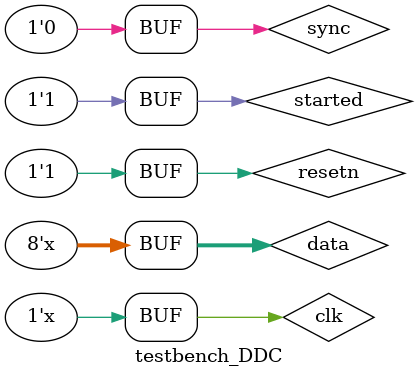
<source format=v>
`timescale 1ns / 1ps
module testbench_DDC();

reg clk = 0;
reg resetn = 0;
reg [7:0] data = 127;
wire data_out;
wire update;
reg d = 1;
parameter dd = 8'd32;
reg sync = 0;

wire [7:0] read_data;
wire [15:0] value_data;

reg started = 0;

always #1 clk <= ~clk;

always #2 begin
    if (started) begin
        if (data >= 8'hff - dd) d = 0;
        if (data <= 8'h00 + dd) d = 1;
        data <= (d ? data + dd : data - dd);
    end
    else begin
        data <= 127;
    end
end

initial begin
    #4 resetn <= 1;
    #20 started <= 1;
end

always #430 begin
    sync <= 1;
    #3
    sync <= 0;
end

DDCWrapper ddc_wrapper_0 (
    .io_in_data(data),
    .io_in_sync(sync),
    .io_out_data(data_out),
    .io_out_update(update),
    .io_out_readData(read_data),
    .io_out_value(value_data),
    .io_clock(clk),
    .io_resetN(resetn)
);

endmodule

</source>
